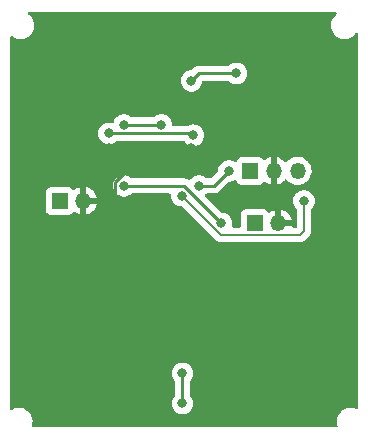
<source format=gbr>
%TF.GenerationSoftware,KiCad,Pcbnew,(6.0.2)*%
%TF.CreationDate,2022-05-06T08:02:59-03:00*%
%TF.ProjectId,Nono_Circuito_SMD,4e6f6e6f-5f43-4697-9263-7569746f5f53,rev?*%
%TF.SameCoordinates,Original*%
%TF.FileFunction,Copper,L2,Bot*%
%TF.FilePolarity,Positive*%
%FSLAX46Y46*%
G04 Gerber Fmt 4.6, Leading zero omitted, Abs format (unit mm)*
G04 Created by KiCad (PCBNEW (6.0.2)) date 2022-05-06 08:02:59*
%MOMM*%
%LPD*%
G01*
G04 APERTURE LIST*
%TA.AperFunction,ComponentPad*%
%ADD10R,1.350000X1.350000*%
%TD*%
%TA.AperFunction,ComponentPad*%
%ADD11O,1.350000X1.350000*%
%TD*%
%TA.AperFunction,ViaPad*%
%ADD12C,0.800000*%
%TD*%
%TA.AperFunction,Conductor*%
%ADD13C,0.250000*%
%TD*%
%TA.AperFunction,Conductor*%
%ADD14C,0.200000*%
%TD*%
G04 APERTURE END LIST*
D10*
%TO.P,J2,1,Pin_1*%
%TO.N,Net-(C4-Pad2)*%
X100600000Y-96520000D03*
D11*
%TO.P,J2,2,Pin_2*%
%TO.N,GND*%
X102600000Y-96520000D03*
%TD*%
D10*
%TO.P,J3,1,Pin_1*%
%TO.N,+12V*%
X100235000Y-92075000D03*
D11*
%TO.P,J3,2,Pin_2*%
%TO.N,GND*%
X102235000Y-92075000D03*
%TO.P,J3,3,Pin_3*%
%TO.N,-12V*%
X104235000Y-92075000D03*
%TD*%
D10*
%TO.P,J1,1,Pin_1*%
%TO.N,Net-(J1-Pad1)*%
X84090000Y-94615000D03*
D11*
%TO.P,J1,2,Pin_2*%
%TO.N,GND*%
X86090000Y-94615000D03*
%TD*%
D12*
%TO.N,Net-(C1-Pad1)*%
X94488000Y-109220000D03*
X94488000Y-111760000D03*
%TO.N,Net-(C2-Pad1)*%
X99060000Y-83820000D03*
X95250000Y-84455000D03*
%TO.N,Net-(C2-Pad2)*%
X88265000Y-88900000D03*
X95407500Y-89057500D03*
%TO.N,Net-(C4-Pad1)*%
X92710000Y-88175500D03*
X89535000Y-88175500D03*
%TO.N,Net-(C4-Pad2)*%
X89535000Y-93345000D03*
X97790000Y-96520000D03*
%TO.N,GND*%
X95250000Y-90170000D03*
X102235000Y-89535000D03*
X95250000Y-99695000D03*
X92075000Y-99695000D03*
X88265000Y-90170000D03*
X91970500Y-90170000D03*
%TO.N,+12V*%
X95885000Y-93345000D03*
X98425000Y-92075000D03*
%TO.N,-12V*%
X94420201Y-94174799D03*
X104775000Y-94615000D03*
%TD*%
D13*
%TO.N,Net-(C1-Pad1)*%
X94488000Y-111760000D02*
X94488000Y-109220000D01*
%TO.N,Net-(C2-Pad1)*%
X99060000Y-83820000D02*
X95885000Y-83820000D01*
X95885000Y-83820000D02*
X95250000Y-84455000D01*
%TO.N,Net-(C2-Pad2)*%
X88265000Y-88900000D02*
X95250000Y-88900000D01*
X95250000Y-88900000D02*
X95407500Y-89057500D01*
%TO.N,Net-(C4-Pad1)*%
X89535000Y-88175500D02*
X92710000Y-88175500D01*
%TO.N,Net-(C4-Pad2)*%
X94615000Y-93345000D02*
X89535000Y-93345000D01*
X97790000Y-96520000D02*
X94615000Y-93345000D01*
%TO.N,GND*%
X92075000Y-99695000D02*
X95250000Y-99695000D01*
X101600000Y-90170000D02*
X95250000Y-90170000D01*
X88810489Y-93044897D02*
X91685386Y-90170000D01*
X102235000Y-89535000D02*
X101600000Y-90170000D01*
X91685386Y-90170000D02*
X95250000Y-90170000D01*
X92075000Y-99695000D02*
X88810489Y-96430489D01*
X88265000Y-90170000D02*
X91970500Y-90170000D01*
X88810489Y-96430489D02*
X88810489Y-93044897D01*
%TO.N,+12V*%
X95885000Y-93345000D02*
X97155000Y-93345000D01*
X97155000Y-93345000D02*
X98425000Y-92075000D01*
D14*
%TO.N,-12V*%
X97739913Y-97494511D02*
X104435489Y-97494511D01*
X104775000Y-97155000D02*
X104775000Y-94615000D01*
X104435489Y-97494511D02*
X104775000Y-97155000D01*
X94420201Y-94174799D02*
X97739913Y-97494511D01*
%TD*%
%TA.AperFunction,Conductor*%
%TO.N,GND*%
G36*
X107507028Y-78633002D02*
G01*
X107553521Y-78686658D01*
X107563625Y-78756932D01*
X107534131Y-78821512D01*
X107521985Y-78833732D01*
X107508781Y-78845312D01*
X107371345Y-78965840D01*
X107241293Y-79130810D01*
X107238604Y-79135921D01*
X107238602Y-79135924D01*
X107188970Y-79230259D01*
X107143481Y-79316719D01*
X107081187Y-79517339D01*
X107056496Y-79725952D01*
X107058466Y-79756000D01*
X107070236Y-79935571D01*
X107121945Y-80139176D01*
X107209892Y-80329948D01*
X107331132Y-80501499D01*
X107481605Y-80648084D01*
X107486401Y-80651289D01*
X107486404Y-80651291D01*
X107562314Y-80702012D01*
X107656271Y-80764792D01*
X107661574Y-80767070D01*
X107661577Y-80767072D01*
X107742486Y-80801833D01*
X107849280Y-80847715D01*
X107949192Y-80870323D01*
X108048533Y-80892802D01*
X108048536Y-80892802D01*
X108054169Y-80894077D01*
X108059940Y-80894304D01*
X108059942Y-80894304D01*
X108124800Y-80896852D01*
X108264076Y-80902324D01*
X108369455Y-80887045D01*
X108466250Y-80873011D01*
X108466255Y-80873010D01*
X108471971Y-80872181D01*
X108477443Y-80870323D01*
X108477445Y-80870323D01*
X108665424Y-80806512D01*
X108670892Y-80804656D01*
X108854176Y-80702012D01*
X109015686Y-80567686D01*
X109074126Y-80497419D01*
X109124126Y-80437301D01*
X109183063Y-80397717D01*
X109254045Y-80396281D01*
X109314536Y-80433448D01*
X109345329Y-80497419D01*
X109347000Y-80517870D01*
X109347000Y-112114979D01*
X109326998Y-112183100D01*
X109273342Y-112229593D01*
X109203068Y-112239697D01*
X109174312Y-112232009D01*
X109038020Y-112177635D01*
X108847402Y-112139718D01*
X108837654Y-112137779D01*
X108837653Y-112137779D01*
X108831988Y-112136652D01*
X108826214Y-112136576D01*
X108826210Y-112136576D01*
X108719656Y-112135182D01*
X108621937Y-112133903D01*
X108616240Y-112134882D01*
X108616239Y-112134882D01*
X108420599Y-112168499D01*
X108414902Y-112169478D01*
X108217818Y-112242186D01*
X108212857Y-112245138D01*
X108212856Y-112245138D01*
X108042251Y-112346637D01*
X108042248Y-112346639D01*
X108037283Y-112349593D01*
X107879345Y-112488101D01*
X107749293Y-112653071D01*
X107651481Y-112838980D01*
X107589187Y-113039600D01*
X107564496Y-113248213D01*
X107566466Y-113278261D01*
X107578236Y-113457832D01*
X107615591Y-113604916D01*
X107623227Y-113634985D01*
X107620609Y-113705933D01*
X107580048Y-113764203D01*
X107514424Y-113791294D01*
X107501104Y-113792000D01*
X81855535Y-113792000D01*
X81787414Y-113771998D01*
X81740921Y-113718342D01*
X81730817Y-113648068D01*
X81736222Y-113625499D01*
X81759322Y-113557449D01*
X81759323Y-113557444D01*
X81761181Y-113551971D01*
X81762010Y-113546255D01*
X81762011Y-113546250D01*
X81790791Y-113347750D01*
X81791324Y-113344076D01*
X81792897Y-113284000D01*
X81773675Y-113074812D01*
X81765363Y-113045337D01*
X81718222Y-112878190D01*
X81718221Y-112878188D01*
X81716654Y-112872631D01*
X81702781Y-112844498D01*
X81626298Y-112689406D01*
X81623743Y-112684225D01*
X81498054Y-112515907D01*
X81418912Y-112442749D01*
X81348036Y-112377232D01*
X81348034Y-112377230D01*
X81343795Y-112373312D01*
X81338912Y-112370231D01*
X81171014Y-112264295D01*
X81166134Y-112261216D01*
X80971020Y-112183374D01*
X80764988Y-112142391D01*
X80759214Y-112142315D01*
X80759210Y-112142315D01*
X80652656Y-112140921D01*
X80554937Y-112139642D01*
X80549240Y-112140621D01*
X80549239Y-112140621D01*
X80353599Y-112174238D01*
X80347902Y-112175217D01*
X80150818Y-112247925D01*
X80145857Y-112250877D01*
X80145856Y-112250877D01*
X80073423Y-112293970D01*
X80004652Y-112311610D01*
X79937262Y-112289269D01*
X79892649Y-112234041D01*
X79883000Y-112185685D01*
X79883000Y-111760000D01*
X93574496Y-111760000D01*
X93594458Y-111949928D01*
X93653473Y-112131556D01*
X93656776Y-112137278D01*
X93656777Y-112137279D01*
X93683232Y-112183100D01*
X93748960Y-112296944D01*
X93753378Y-112301851D01*
X93753379Y-112301852D01*
X93870454Y-112431877D01*
X93876747Y-112438866D01*
X94031248Y-112551118D01*
X94037276Y-112553802D01*
X94037278Y-112553803D01*
X94199681Y-112626109D01*
X94205712Y-112628794D01*
X94298581Y-112648534D01*
X94386056Y-112667128D01*
X94386061Y-112667128D01*
X94392513Y-112668500D01*
X94583487Y-112668500D01*
X94589939Y-112667128D01*
X94589944Y-112667128D01*
X94677419Y-112648534D01*
X94770288Y-112628794D01*
X94776319Y-112626109D01*
X94938722Y-112553803D01*
X94938724Y-112553802D01*
X94944752Y-112551118D01*
X95099253Y-112438866D01*
X95105546Y-112431877D01*
X95222621Y-112301852D01*
X95222622Y-112301851D01*
X95227040Y-112296944D01*
X95292768Y-112183100D01*
X95319223Y-112137279D01*
X95319224Y-112137278D01*
X95322527Y-112131556D01*
X95381542Y-111949928D01*
X95401504Y-111760000D01*
X95381542Y-111570072D01*
X95322527Y-111388444D01*
X95227040Y-111223056D01*
X95153863Y-111141785D01*
X95123147Y-111077779D01*
X95121500Y-111057476D01*
X95121500Y-109922524D01*
X95141502Y-109854403D01*
X95153858Y-109838221D01*
X95227040Y-109756944D01*
X95322527Y-109591556D01*
X95381542Y-109409928D01*
X95401504Y-109220000D01*
X95381542Y-109030072D01*
X95322527Y-108848444D01*
X95227040Y-108683056D01*
X95099253Y-108541134D01*
X94944752Y-108428882D01*
X94938724Y-108426198D01*
X94938722Y-108426197D01*
X94776319Y-108353891D01*
X94776318Y-108353891D01*
X94770288Y-108351206D01*
X94676888Y-108331353D01*
X94589944Y-108312872D01*
X94589939Y-108312872D01*
X94583487Y-108311500D01*
X94392513Y-108311500D01*
X94386061Y-108312872D01*
X94386056Y-108312872D01*
X94299112Y-108331353D01*
X94205712Y-108351206D01*
X94199682Y-108353891D01*
X94199681Y-108353891D01*
X94037278Y-108426197D01*
X94037276Y-108426198D01*
X94031248Y-108428882D01*
X93876747Y-108541134D01*
X93748960Y-108683056D01*
X93653473Y-108848444D01*
X93594458Y-109030072D01*
X93574496Y-109220000D01*
X93594458Y-109409928D01*
X93653473Y-109591556D01*
X93748960Y-109756944D01*
X93822137Y-109838215D01*
X93852853Y-109902221D01*
X93854500Y-109922524D01*
X93854500Y-111057476D01*
X93834498Y-111125597D01*
X93822142Y-111141779D01*
X93748960Y-111223056D01*
X93653473Y-111388444D01*
X93594458Y-111570072D01*
X93574496Y-111760000D01*
X79883000Y-111760000D01*
X79883000Y-95338134D01*
X82906500Y-95338134D01*
X82913255Y-95400316D01*
X82964385Y-95536705D01*
X83051739Y-95653261D01*
X83168295Y-95740615D01*
X83304684Y-95791745D01*
X83366866Y-95798500D01*
X84813134Y-95798500D01*
X84875316Y-95791745D01*
X85011705Y-95740615D01*
X85128261Y-95653261D01*
X85185515Y-95576867D01*
X85242373Y-95534353D01*
X85313191Y-95529327D01*
X85356342Y-95547668D01*
X85518299Y-95655884D01*
X85528409Y-95661374D01*
X85717566Y-95742642D01*
X85728499Y-95746194D01*
X85818332Y-95766521D01*
X85832405Y-95765632D01*
X85836000Y-95756233D01*
X85836000Y-95755512D01*
X86344000Y-95755512D01*
X86347966Y-95769018D01*
X86361883Y-95771011D01*
X86372817Y-95768386D01*
X86567763Y-95702210D01*
X86578272Y-95697531D01*
X86757882Y-95596944D01*
X86767375Y-95590420D01*
X86925653Y-95458782D01*
X86933782Y-95450653D01*
X87065420Y-95292375D01*
X87071944Y-95282882D01*
X87172531Y-95103272D01*
X87177210Y-95092763D01*
X87243386Y-94897817D01*
X87246017Y-94886857D01*
X87244040Y-94872992D01*
X87230474Y-94869000D01*
X86362115Y-94869000D01*
X86346876Y-94873475D01*
X86345671Y-94874865D01*
X86344000Y-94882548D01*
X86344000Y-95755512D01*
X85836000Y-95755512D01*
X85836000Y-94342885D01*
X86344000Y-94342885D01*
X86348475Y-94358124D01*
X86349865Y-94359329D01*
X86357548Y-94361000D01*
X87229485Y-94361000D01*
X87243016Y-94357027D01*
X87244185Y-94348892D01*
X87200725Y-94194794D01*
X87196603Y-94184055D01*
X87105549Y-93999417D01*
X87099538Y-93989608D01*
X86976360Y-93824651D01*
X86968671Y-93816111D01*
X86817490Y-93676361D01*
X86808365Y-93669360D01*
X86634255Y-93559505D01*
X86624008Y-93554284D01*
X86432793Y-93477997D01*
X86421767Y-93474730D01*
X86361770Y-93462797D01*
X86348894Y-93463949D01*
X86344000Y-93479102D01*
X86344000Y-94342885D01*
X85836000Y-94342885D01*
X85836000Y-93476337D01*
X85832194Y-93463375D01*
X85817278Y-93461439D01*
X85788202Y-93466435D01*
X85777082Y-93469415D01*
X85583940Y-93540669D01*
X85573562Y-93545619D01*
X85396639Y-93650877D01*
X85387321Y-93657647D01*
X85369893Y-93672931D01*
X85305489Y-93702809D01*
X85235156Y-93693123D01*
X85185989Y-93653765D01*
X85133643Y-93583920D01*
X85133642Y-93583919D01*
X85128261Y-93576739D01*
X85011705Y-93489385D01*
X84875316Y-93438255D01*
X84813134Y-93431500D01*
X83366866Y-93431500D01*
X83304684Y-93438255D01*
X83168295Y-93489385D01*
X83051739Y-93576739D01*
X82964385Y-93693295D01*
X82913255Y-93829684D01*
X82906500Y-93891866D01*
X82906500Y-95338134D01*
X79883000Y-95338134D01*
X79883000Y-93345000D01*
X88621496Y-93345000D01*
X88622186Y-93351565D01*
X88635591Y-93479102D01*
X88641458Y-93534928D01*
X88700473Y-93716556D01*
X88795960Y-93881944D01*
X88800378Y-93886851D01*
X88800379Y-93886852D01*
X88882452Y-93978003D01*
X88923747Y-94023866D01*
X88981906Y-94066121D01*
X89052857Y-94117670D01*
X89078248Y-94136118D01*
X89084276Y-94138802D01*
X89084278Y-94138803D01*
X89246681Y-94211109D01*
X89252712Y-94213794D01*
X89346112Y-94233647D01*
X89433056Y-94252128D01*
X89433061Y-94252128D01*
X89439513Y-94253500D01*
X89630487Y-94253500D01*
X89636939Y-94252128D01*
X89636944Y-94252128D01*
X89723888Y-94233647D01*
X89817288Y-94213794D01*
X89823319Y-94211109D01*
X89985722Y-94138803D01*
X89985724Y-94138802D01*
X89991752Y-94136118D01*
X90017144Y-94117670D01*
X90124671Y-94039546D01*
X90146253Y-94023866D01*
X90150668Y-94018963D01*
X90155580Y-94014540D01*
X90156705Y-94015789D01*
X90210014Y-93982949D01*
X90243200Y-93978500D01*
X93387391Y-93978500D01*
X93455512Y-93998502D01*
X93502005Y-94052158D01*
X93512701Y-94117670D01*
X93506697Y-94174799D01*
X93507387Y-94181364D01*
X93525850Y-94357027D01*
X93526659Y-94364727D01*
X93585674Y-94546355D01*
X93681161Y-94711743D01*
X93808948Y-94853665D01*
X93963449Y-94965917D01*
X93969477Y-94968601D01*
X93969479Y-94968602D01*
X94009805Y-94986556D01*
X94137913Y-95043593D01*
X94231313Y-95063446D01*
X94318257Y-95081927D01*
X94318262Y-95081927D01*
X94324714Y-95083299D01*
X94415962Y-95083299D01*
X94484083Y-95103301D01*
X94505057Y-95120204D01*
X97275598Y-97890745D01*
X97286465Y-97903136D01*
X97305926Y-97928498D01*
X97312476Y-97933524D01*
X97337834Y-97952982D01*
X97337850Y-97952996D01*
X97387218Y-97990877D01*
X97433037Y-98026035D01*
X97581062Y-98087349D01*
X97589249Y-98088427D01*
X97589250Y-98088427D01*
X97600455Y-98089902D01*
X97631651Y-98094009D01*
X97700028Y-98103011D01*
X97700031Y-98103011D01*
X97700039Y-98103012D01*
X97731724Y-98107183D01*
X97739913Y-98108261D01*
X97748102Y-98107183D01*
X97771606Y-98104089D01*
X97788051Y-98103011D01*
X104387353Y-98103011D01*
X104403796Y-98104089D01*
X104435489Y-98108261D01*
X104443678Y-98107183D01*
X104475363Y-98103012D01*
X104475373Y-98103011D01*
X104475374Y-98103011D01*
X104475390Y-98103009D01*
X104574946Y-98089902D01*
X104586153Y-98088427D01*
X104586155Y-98088426D01*
X104594340Y-98087349D01*
X104742365Y-98026035D01*
X104837551Y-97952996D01*
X104837558Y-97952991D01*
X104837564Y-97952985D01*
X104862923Y-97933526D01*
X104869476Y-97928498D01*
X104874506Y-97921943D01*
X104888941Y-97903132D01*
X104899808Y-97890741D01*
X105171234Y-97619315D01*
X105183625Y-97608448D01*
X105202437Y-97594013D01*
X105208987Y-97588987D01*
X105233474Y-97557075D01*
X105233480Y-97557069D01*
X105301496Y-97468429D01*
X105301497Y-97468427D01*
X105306524Y-97461876D01*
X105367838Y-97313851D01*
X105370391Y-97294457D01*
X105383500Y-97194885D01*
X105383500Y-97194880D01*
X105388750Y-97155000D01*
X105384578Y-97123307D01*
X105383500Y-97106864D01*
X105383500Y-95345290D01*
X105403502Y-95277169D01*
X105415864Y-95260980D01*
X105509621Y-95156852D01*
X105509622Y-95156851D01*
X105514040Y-95151944D01*
X105609527Y-94986556D01*
X105668542Y-94804928D01*
X105688504Y-94615000D01*
X105668542Y-94425072D01*
X105609527Y-94243444D01*
X105514040Y-94078056D01*
X105490722Y-94052158D01*
X105390675Y-93941045D01*
X105390674Y-93941044D01*
X105386253Y-93936134D01*
X105231752Y-93823882D01*
X105225724Y-93821198D01*
X105225722Y-93821197D01*
X105063319Y-93748891D01*
X105063318Y-93748891D01*
X105057288Y-93746206D01*
X104944721Y-93722279D01*
X104876944Y-93707872D01*
X104876939Y-93707872D01*
X104870487Y-93706500D01*
X104679513Y-93706500D01*
X104673061Y-93707872D01*
X104673056Y-93707872D01*
X104605279Y-93722279D01*
X104492712Y-93746206D01*
X104486682Y-93748891D01*
X104486681Y-93748891D01*
X104324278Y-93821197D01*
X104324276Y-93821198D01*
X104318248Y-93823882D01*
X104163747Y-93936134D01*
X104159326Y-93941044D01*
X104159325Y-93941045D01*
X104059279Y-94052158D01*
X104035960Y-94078056D01*
X103940473Y-94243444D01*
X103881458Y-94425072D01*
X103861496Y-94615000D01*
X103881458Y-94804928D01*
X103940473Y-94986556D01*
X104035960Y-95151944D01*
X104040378Y-95156851D01*
X104040379Y-95156852D01*
X104134136Y-95260980D01*
X104164854Y-95324987D01*
X104166500Y-95345290D01*
X104166500Y-96760011D01*
X104146498Y-96828132D01*
X104092842Y-96874625D01*
X104040500Y-96886011D01*
X103878751Y-96886011D01*
X103810630Y-96866009D01*
X103764137Y-96812353D01*
X103754072Y-96778001D01*
X103740474Y-96774000D01*
X102472000Y-96774000D01*
X102403879Y-96753998D01*
X102357386Y-96700342D01*
X102346000Y-96648000D01*
X102346000Y-96247885D01*
X102854000Y-96247885D01*
X102858475Y-96263124D01*
X102859865Y-96264329D01*
X102867548Y-96266000D01*
X103739485Y-96266000D01*
X103753016Y-96262027D01*
X103754185Y-96253892D01*
X103710725Y-96099794D01*
X103706603Y-96089055D01*
X103615549Y-95904417D01*
X103609538Y-95894608D01*
X103486360Y-95729651D01*
X103478671Y-95721111D01*
X103327490Y-95581361D01*
X103318365Y-95574360D01*
X103144255Y-95464505D01*
X103134008Y-95459284D01*
X102942793Y-95382997D01*
X102931767Y-95379730D01*
X102871770Y-95367797D01*
X102858894Y-95368949D01*
X102854000Y-95384102D01*
X102854000Y-96247885D01*
X102346000Y-96247885D01*
X102346000Y-95381337D01*
X102342194Y-95368375D01*
X102327278Y-95366439D01*
X102298202Y-95371435D01*
X102287082Y-95374415D01*
X102093940Y-95445669D01*
X102083562Y-95450619D01*
X101906639Y-95555877D01*
X101897321Y-95562647D01*
X101879893Y-95577931D01*
X101815489Y-95607809D01*
X101745156Y-95598123D01*
X101695989Y-95558765D01*
X101643643Y-95488920D01*
X101643642Y-95488919D01*
X101638261Y-95481739D01*
X101521705Y-95394385D01*
X101385316Y-95343255D01*
X101323134Y-95336500D01*
X99876866Y-95336500D01*
X99814684Y-95343255D01*
X99678295Y-95394385D01*
X99561739Y-95481739D01*
X99474385Y-95598295D01*
X99423255Y-95734684D01*
X99416500Y-95796866D01*
X99416500Y-96760011D01*
X99396498Y-96828132D01*
X99342842Y-96874625D01*
X99290500Y-96886011D01*
X98799753Y-96886011D01*
X98731632Y-96866009D01*
X98685139Y-96812353D01*
X98675035Y-96742079D01*
X98679920Y-96721074D01*
X98681503Y-96716202D01*
X98683542Y-96709928D01*
X98703504Y-96520000D01*
X98683542Y-96330072D01*
X98624527Y-96148444D01*
X98529040Y-95983056D01*
X98401253Y-95841134D01*
X98270580Y-95746194D01*
X98252094Y-95732763D01*
X98252093Y-95732762D01*
X98246752Y-95728882D01*
X98240724Y-95726198D01*
X98240722Y-95726197D01*
X98078319Y-95653891D01*
X98078318Y-95653891D01*
X98072288Y-95651206D01*
X97978888Y-95631353D01*
X97891944Y-95612872D01*
X97891939Y-95612872D01*
X97885487Y-95611500D01*
X97829594Y-95611500D01*
X97761473Y-95591498D01*
X97740499Y-95574595D01*
X96423058Y-94257153D01*
X96389032Y-94194841D01*
X96394097Y-94124025D01*
X96438092Y-94066123D01*
X96496253Y-94023866D01*
X96500668Y-94018962D01*
X96505580Y-94014540D01*
X96506705Y-94015789D01*
X96560014Y-93982949D01*
X96593200Y-93978500D01*
X97076233Y-93978500D01*
X97087416Y-93979027D01*
X97094909Y-93980702D01*
X97102835Y-93980453D01*
X97102836Y-93980453D01*
X97162986Y-93978562D01*
X97166945Y-93978500D01*
X97194856Y-93978500D01*
X97198791Y-93978003D01*
X97198856Y-93977995D01*
X97210693Y-93977062D01*
X97242951Y-93976048D01*
X97246970Y-93975922D01*
X97254889Y-93975673D01*
X97274343Y-93970021D01*
X97293700Y-93966013D01*
X97305930Y-93964468D01*
X97305931Y-93964468D01*
X97313797Y-93963474D01*
X97321168Y-93960555D01*
X97321170Y-93960555D01*
X97354912Y-93947196D01*
X97366142Y-93943351D01*
X97400983Y-93933229D01*
X97400984Y-93933229D01*
X97408593Y-93931018D01*
X97415412Y-93926985D01*
X97415417Y-93926983D01*
X97426028Y-93920707D01*
X97443776Y-93912012D01*
X97462617Y-93904552D01*
X97498387Y-93878564D01*
X97508307Y-93872048D01*
X97539535Y-93853580D01*
X97539538Y-93853578D01*
X97546362Y-93849542D01*
X97560683Y-93835221D01*
X97575717Y-93822380D01*
X97577345Y-93821197D01*
X97592107Y-93810472D01*
X97620298Y-93776395D01*
X97628288Y-93767616D01*
X98375499Y-93020405D01*
X98437811Y-92986379D01*
X98464594Y-92983500D01*
X98520487Y-92983500D01*
X98526939Y-92982128D01*
X98526944Y-92982128D01*
X98613887Y-92963647D01*
X98707288Y-92943794D01*
X98762669Y-92919137D01*
X98875722Y-92868803D01*
X98875724Y-92868802D01*
X98881752Y-92866118D01*
X98888251Y-92861396D01*
X98889034Y-92861116D01*
X98892811Y-92858936D01*
X98893210Y-92859627D01*
X98955119Y-92837538D01*
X99024270Y-92853619D01*
X99073750Y-92904534D01*
X99080293Y-92919103D01*
X99090064Y-92945166D01*
X99109385Y-92996705D01*
X99196739Y-93113261D01*
X99313295Y-93200615D01*
X99449684Y-93251745D01*
X99511866Y-93258500D01*
X100958134Y-93258500D01*
X101020316Y-93251745D01*
X101156705Y-93200615D01*
X101273261Y-93113261D01*
X101330515Y-93036867D01*
X101387373Y-92994353D01*
X101458191Y-92989327D01*
X101501342Y-93007668D01*
X101663299Y-93115884D01*
X101673409Y-93121374D01*
X101862566Y-93202642D01*
X101873499Y-93206194D01*
X101963332Y-93226521D01*
X101977405Y-93225632D01*
X101981000Y-93216233D01*
X101981000Y-93215512D01*
X102489000Y-93215512D01*
X102492966Y-93229018D01*
X102506883Y-93231011D01*
X102517817Y-93228386D01*
X102712763Y-93162210D01*
X102723272Y-93157531D01*
X102902882Y-93056944D01*
X102912375Y-93050420D01*
X103070653Y-92918782D01*
X103078782Y-92910653D01*
X103134923Y-92843151D01*
X103193861Y-92803567D01*
X103264843Y-92802131D01*
X103327607Y-92841888D01*
X103327868Y-92842193D01*
X103331204Y-92846914D01*
X103335346Y-92850949D01*
X103353674Y-92868803D01*
X103487009Y-92998692D01*
X103667863Y-93119536D01*
X103673171Y-93121817D01*
X103673172Y-93121817D01*
X103862409Y-93203119D01*
X103862412Y-93203120D01*
X103867712Y-93205397D01*
X103873342Y-93206671D01*
X103980908Y-93231011D01*
X104079860Y-93253402D01*
X104085631Y-93253629D01*
X104085633Y-93253629D01*
X104158620Y-93256496D01*
X104297205Y-93261941D01*
X104512466Y-93230730D01*
X104517930Y-93228875D01*
X104517935Y-93228874D01*
X104712963Y-93162671D01*
X104712968Y-93162669D01*
X104718435Y-93160813D01*
X104724296Y-93157531D01*
X104816166Y-93106081D01*
X104908213Y-93054532D01*
X105075446Y-92915446D01*
X105214532Y-92748213D01*
X105320813Y-92558435D01*
X105322669Y-92552968D01*
X105322671Y-92552963D01*
X105388874Y-92357935D01*
X105388875Y-92357930D01*
X105390730Y-92352466D01*
X105421941Y-92137205D01*
X105423570Y-92075000D01*
X105403667Y-91858400D01*
X105344626Y-91649055D01*
X105248423Y-91453974D01*
X105131320Y-91297153D01*
X105121733Y-91284315D01*
X105121732Y-91284314D01*
X105118280Y-91279691D01*
X105041689Y-91208891D01*
X104962796Y-91135963D01*
X104962793Y-91135961D01*
X104958556Y-91132044D01*
X104774599Y-91015976D01*
X104572572Y-90935376D01*
X104359239Y-90892941D01*
X104353464Y-90892865D01*
X104353460Y-90892865D01*
X104244419Y-90891438D01*
X104141746Y-90890094D01*
X104136049Y-90891073D01*
X104136048Y-90891073D01*
X103933065Y-90925952D01*
X103933062Y-90925953D01*
X103927375Y-90926930D01*
X103723307Y-91002214D01*
X103536376Y-91113427D01*
X103372842Y-91256842D01*
X103369270Y-91261373D01*
X103334688Y-91305240D01*
X103276807Y-91346353D01*
X103205887Y-91349647D01*
X103144444Y-91314075D01*
X103134780Y-91302622D01*
X103121364Y-91284655D01*
X103113671Y-91276111D01*
X102962490Y-91136361D01*
X102953365Y-91129360D01*
X102779255Y-91019505D01*
X102769008Y-91014284D01*
X102577793Y-90937997D01*
X102566767Y-90934730D01*
X102506770Y-90922797D01*
X102493894Y-90923949D01*
X102489000Y-90939102D01*
X102489000Y-93215512D01*
X101981000Y-93215512D01*
X101981000Y-90936337D01*
X101977194Y-90923375D01*
X101962278Y-90921439D01*
X101933202Y-90926435D01*
X101922082Y-90929415D01*
X101728940Y-91000669D01*
X101718562Y-91005619D01*
X101541639Y-91110877D01*
X101532321Y-91117647D01*
X101514893Y-91132931D01*
X101450489Y-91162809D01*
X101380156Y-91153123D01*
X101330989Y-91113765D01*
X101278643Y-91043920D01*
X101278642Y-91043919D01*
X101273261Y-91036739D01*
X101156705Y-90949385D01*
X101020316Y-90898255D01*
X100958134Y-90891500D01*
X99511866Y-90891500D01*
X99449684Y-90898255D01*
X99313295Y-90949385D01*
X99196739Y-91036739D01*
X99109385Y-91153295D01*
X99106233Y-91161703D01*
X99080293Y-91230897D01*
X99037651Y-91287661D01*
X98971090Y-91312361D01*
X98901741Y-91297153D01*
X98888251Y-91288604D01*
X98881752Y-91283882D01*
X98875724Y-91281198D01*
X98875722Y-91281197D01*
X98713319Y-91208891D01*
X98713318Y-91208891D01*
X98707288Y-91206206D01*
X98613887Y-91186353D01*
X98526944Y-91167872D01*
X98526939Y-91167872D01*
X98520487Y-91166500D01*
X98329513Y-91166500D01*
X98323061Y-91167872D01*
X98323056Y-91167872D01*
X98236113Y-91186353D01*
X98142712Y-91206206D01*
X98136682Y-91208891D01*
X98136681Y-91208891D01*
X97974278Y-91281197D01*
X97974276Y-91281198D01*
X97968248Y-91283882D01*
X97962907Y-91287762D01*
X97962906Y-91287763D01*
X97960262Y-91289684D01*
X97813747Y-91396134D01*
X97809326Y-91401044D01*
X97809325Y-91401045D01*
X97798500Y-91413068D01*
X97685960Y-91538056D01*
X97590473Y-91703444D01*
X97531458Y-91885072D01*
X97530768Y-91891633D01*
X97530768Y-91891635D01*
X97514093Y-92050292D01*
X97487080Y-92115949D01*
X97477878Y-92126217D01*
X96929500Y-92674595D01*
X96867188Y-92708621D01*
X96840405Y-92711500D01*
X96593200Y-92711500D01*
X96525079Y-92691498D01*
X96505853Y-92675157D01*
X96505580Y-92675460D01*
X96500668Y-92671037D01*
X96496253Y-92666134D01*
X96341752Y-92553882D01*
X96335724Y-92551198D01*
X96335722Y-92551197D01*
X96173319Y-92478891D01*
X96173318Y-92478891D01*
X96167288Y-92476206D01*
X96073887Y-92456353D01*
X95986944Y-92437872D01*
X95986939Y-92437872D01*
X95980487Y-92436500D01*
X95789513Y-92436500D01*
X95783061Y-92437872D01*
X95783056Y-92437872D01*
X95696113Y-92456353D01*
X95602712Y-92476206D01*
X95596682Y-92478891D01*
X95596681Y-92478891D01*
X95434278Y-92551197D01*
X95434276Y-92551198D01*
X95428248Y-92553882D01*
X95273747Y-92666134D01*
X95173179Y-92777826D01*
X95148573Y-92805154D01*
X95088127Y-92842393D01*
X95017143Y-92841041D01*
X94990698Y-92827725D01*
X94990320Y-92828413D01*
X94972566Y-92818652D01*
X94956047Y-92807801D01*
X94948737Y-92802131D01*
X94940041Y-92795386D01*
X94932772Y-92792241D01*
X94932768Y-92792238D01*
X94899463Y-92777826D01*
X94888813Y-92772609D01*
X94850060Y-92751305D01*
X94830437Y-92746267D01*
X94811734Y-92739863D01*
X94800420Y-92734967D01*
X94800419Y-92734967D01*
X94793145Y-92731819D01*
X94785322Y-92730580D01*
X94785312Y-92730577D01*
X94749476Y-92724901D01*
X94737856Y-92722495D01*
X94702711Y-92713472D01*
X94702710Y-92713472D01*
X94695030Y-92711500D01*
X94674776Y-92711500D01*
X94655065Y-92709949D01*
X94646681Y-92708621D01*
X94635057Y-92706780D01*
X94627165Y-92707526D01*
X94591039Y-92710941D01*
X94579181Y-92711500D01*
X90243200Y-92711500D01*
X90175079Y-92691498D01*
X90155853Y-92675157D01*
X90155580Y-92675460D01*
X90150668Y-92671037D01*
X90146253Y-92666134D01*
X89991752Y-92553882D01*
X89985724Y-92551198D01*
X89985722Y-92551197D01*
X89823319Y-92478891D01*
X89823318Y-92478891D01*
X89817288Y-92476206D01*
X89723887Y-92456353D01*
X89636944Y-92437872D01*
X89636939Y-92437872D01*
X89630487Y-92436500D01*
X89439513Y-92436500D01*
X89433061Y-92437872D01*
X89433056Y-92437872D01*
X89346113Y-92456353D01*
X89252712Y-92476206D01*
X89246682Y-92478891D01*
X89246681Y-92478891D01*
X89084278Y-92551197D01*
X89084276Y-92551198D01*
X89078248Y-92553882D01*
X88923747Y-92666134D01*
X88919329Y-92671041D01*
X88919325Y-92671045D01*
X88810203Y-92792238D01*
X88795960Y-92808056D01*
X88700473Y-92973444D01*
X88641458Y-93155072D01*
X88640768Y-93161633D01*
X88640768Y-93161635D01*
X88633419Y-93231558D01*
X88621496Y-93345000D01*
X79883000Y-93345000D01*
X79883000Y-88900000D01*
X87351496Y-88900000D01*
X87371458Y-89089928D01*
X87430473Y-89271556D01*
X87525960Y-89436944D01*
X87653747Y-89578866D01*
X87808248Y-89691118D01*
X87814276Y-89693802D01*
X87814278Y-89693803D01*
X87976681Y-89766109D01*
X87982712Y-89768794D01*
X88076112Y-89788647D01*
X88163056Y-89807128D01*
X88163061Y-89807128D01*
X88169513Y-89808500D01*
X88360487Y-89808500D01*
X88366939Y-89807128D01*
X88366944Y-89807128D01*
X88453888Y-89788647D01*
X88547288Y-89768794D01*
X88553319Y-89766109D01*
X88715722Y-89693803D01*
X88715724Y-89693802D01*
X88721752Y-89691118D01*
X88876253Y-89578866D01*
X88880668Y-89573963D01*
X88885580Y-89569540D01*
X88886705Y-89570789D01*
X88940014Y-89537949D01*
X88973200Y-89533500D01*
X94560835Y-89533500D01*
X94628956Y-89553502D01*
X94662771Y-89585439D01*
X94665157Y-89588723D01*
X94668460Y-89594444D01*
X94672881Y-89599354D01*
X94755506Y-89691118D01*
X94796247Y-89736366D01*
X94950748Y-89848618D01*
X94956776Y-89851302D01*
X94956778Y-89851303D01*
X95119181Y-89923609D01*
X95125212Y-89926294D01*
X95218612Y-89946147D01*
X95305556Y-89964628D01*
X95305561Y-89964628D01*
X95312013Y-89966000D01*
X95502987Y-89966000D01*
X95509439Y-89964628D01*
X95509444Y-89964628D01*
X95596388Y-89946147D01*
X95689788Y-89926294D01*
X95695819Y-89923609D01*
X95858222Y-89851303D01*
X95858224Y-89851302D01*
X95864252Y-89848618D01*
X96018753Y-89736366D01*
X96057077Y-89693803D01*
X96142121Y-89599352D01*
X96142122Y-89599351D01*
X96146540Y-89594444D01*
X96242027Y-89429056D01*
X96301042Y-89247428D01*
X96321004Y-89057500D01*
X96301042Y-88867572D01*
X96242027Y-88685944D01*
X96146540Y-88520556D01*
X96018753Y-88378634D01*
X95864252Y-88266382D01*
X95858224Y-88263698D01*
X95858222Y-88263697D01*
X95695819Y-88191391D01*
X95695818Y-88191391D01*
X95689788Y-88188706D01*
X95596388Y-88168853D01*
X95509444Y-88150372D01*
X95509439Y-88150372D01*
X95502987Y-88149000D01*
X95312013Y-88149000D01*
X95305561Y-88150372D01*
X95305556Y-88150372D01*
X95218612Y-88168853D01*
X95125212Y-88188706D01*
X95119182Y-88191391D01*
X95119181Y-88191391D01*
X94974949Y-88255607D01*
X94923700Y-88266500D01*
X93746520Y-88266500D01*
X93678399Y-88246498D01*
X93631906Y-88192842D01*
X93621210Y-88153671D01*
X93604232Y-87992135D01*
X93604232Y-87992133D01*
X93603542Y-87985572D01*
X93544527Y-87803944D01*
X93449040Y-87638556D01*
X93321253Y-87496634D01*
X93166752Y-87384382D01*
X93160724Y-87381698D01*
X93160722Y-87381697D01*
X92998319Y-87309391D01*
X92998318Y-87309391D01*
X92992288Y-87306706D01*
X92898887Y-87286853D01*
X92811944Y-87268372D01*
X92811939Y-87268372D01*
X92805487Y-87267000D01*
X92614513Y-87267000D01*
X92608061Y-87268372D01*
X92608056Y-87268372D01*
X92521113Y-87286853D01*
X92427712Y-87306706D01*
X92421682Y-87309391D01*
X92421681Y-87309391D01*
X92259278Y-87381697D01*
X92259276Y-87381698D01*
X92253248Y-87384382D01*
X92098747Y-87496634D01*
X92094332Y-87501537D01*
X92089420Y-87505960D01*
X92088295Y-87504711D01*
X92034986Y-87537551D01*
X92001800Y-87542000D01*
X90243200Y-87542000D01*
X90175079Y-87521998D01*
X90155853Y-87505657D01*
X90155580Y-87505960D01*
X90150668Y-87501537D01*
X90146253Y-87496634D01*
X89991752Y-87384382D01*
X89985724Y-87381698D01*
X89985722Y-87381697D01*
X89823319Y-87309391D01*
X89823318Y-87309391D01*
X89817288Y-87306706D01*
X89723887Y-87286853D01*
X89636944Y-87268372D01*
X89636939Y-87268372D01*
X89630487Y-87267000D01*
X89439513Y-87267000D01*
X89433061Y-87268372D01*
X89433056Y-87268372D01*
X89346113Y-87286853D01*
X89252712Y-87306706D01*
X89246682Y-87309391D01*
X89246681Y-87309391D01*
X89084278Y-87381697D01*
X89084276Y-87381698D01*
X89078248Y-87384382D01*
X88923747Y-87496634D01*
X88795960Y-87638556D01*
X88700473Y-87803944D01*
X88698432Y-87810226D01*
X88656563Y-87939084D01*
X88616489Y-87997689D01*
X88551092Y-88025326D01*
X88510533Y-88023393D01*
X88366953Y-87992873D01*
X88366940Y-87992872D01*
X88360487Y-87991500D01*
X88169513Y-87991500D01*
X88163061Y-87992872D01*
X88163056Y-87992872D01*
X88076113Y-88011353D01*
X87982712Y-88031206D01*
X87976682Y-88033891D01*
X87976681Y-88033891D01*
X87814278Y-88106197D01*
X87814276Y-88106198D01*
X87808248Y-88108882D01*
X87653747Y-88221134D01*
X87649326Y-88226044D01*
X87649325Y-88226045D01*
X87613006Y-88266382D01*
X87525960Y-88363056D01*
X87430473Y-88528444D01*
X87371458Y-88710072D01*
X87351496Y-88900000D01*
X79883000Y-88900000D01*
X79883000Y-84455000D01*
X94336496Y-84455000D01*
X94337186Y-84461565D01*
X94353187Y-84613803D01*
X94356458Y-84644928D01*
X94415473Y-84826556D01*
X94510960Y-84991944D01*
X94638747Y-85133866D01*
X94793248Y-85246118D01*
X94799276Y-85248802D01*
X94799278Y-85248803D01*
X94961681Y-85321109D01*
X94967712Y-85323794D01*
X95061112Y-85343647D01*
X95148056Y-85362128D01*
X95148061Y-85362128D01*
X95154513Y-85363500D01*
X95345487Y-85363500D01*
X95351939Y-85362128D01*
X95351944Y-85362128D01*
X95438888Y-85343647D01*
X95532288Y-85323794D01*
X95538319Y-85321109D01*
X95700722Y-85248803D01*
X95700724Y-85248802D01*
X95706752Y-85246118D01*
X95861253Y-85133866D01*
X95989040Y-84991944D01*
X96084527Y-84826556D01*
X96143542Y-84644928D01*
X96146814Y-84613803D01*
X96151803Y-84566329D01*
X96178816Y-84500673D01*
X96237038Y-84460043D01*
X96277113Y-84453500D01*
X98351800Y-84453500D01*
X98419921Y-84473502D01*
X98439147Y-84489843D01*
X98439420Y-84489540D01*
X98444332Y-84493963D01*
X98448747Y-84498866D01*
X98603248Y-84611118D01*
X98609276Y-84613802D01*
X98609278Y-84613803D01*
X98771681Y-84686109D01*
X98777712Y-84688794D01*
X98871113Y-84708647D01*
X98958056Y-84727128D01*
X98958061Y-84727128D01*
X98964513Y-84728500D01*
X99155487Y-84728500D01*
X99161939Y-84727128D01*
X99161944Y-84727128D01*
X99248887Y-84708647D01*
X99342288Y-84688794D01*
X99348319Y-84686109D01*
X99510722Y-84613803D01*
X99510724Y-84613802D01*
X99516752Y-84611118D01*
X99671253Y-84498866D01*
X99799040Y-84356944D01*
X99894527Y-84191556D01*
X99953542Y-84009928D01*
X99973504Y-83820000D01*
X99968485Y-83772251D01*
X99954232Y-83636635D01*
X99954232Y-83636633D01*
X99953542Y-83630072D01*
X99894527Y-83448444D01*
X99799040Y-83283056D01*
X99782881Y-83265109D01*
X99675675Y-83146045D01*
X99675674Y-83146044D01*
X99671253Y-83141134D01*
X99516752Y-83028882D01*
X99510724Y-83026198D01*
X99510722Y-83026197D01*
X99348319Y-82953891D01*
X99348318Y-82953891D01*
X99342288Y-82951206D01*
X99248888Y-82931353D01*
X99161944Y-82912872D01*
X99161939Y-82912872D01*
X99155487Y-82911500D01*
X98964513Y-82911500D01*
X98958061Y-82912872D01*
X98958056Y-82912872D01*
X98871112Y-82931353D01*
X98777712Y-82951206D01*
X98771682Y-82953891D01*
X98771681Y-82953891D01*
X98609278Y-83026197D01*
X98609276Y-83026198D01*
X98603248Y-83028882D01*
X98448747Y-83141134D01*
X98444332Y-83146037D01*
X98439420Y-83150460D01*
X98438295Y-83149211D01*
X98384986Y-83182051D01*
X98351800Y-83186500D01*
X95963768Y-83186500D01*
X95952585Y-83185973D01*
X95945092Y-83184298D01*
X95937166Y-83184547D01*
X95937165Y-83184547D01*
X95877002Y-83186438D01*
X95873044Y-83186500D01*
X95845144Y-83186500D01*
X95841154Y-83187004D01*
X95829320Y-83187936D01*
X95785111Y-83189326D01*
X95777495Y-83191539D01*
X95777493Y-83191539D01*
X95765652Y-83194979D01*
X95746293Y-83198988D01*
X95744983Y-83199154D01*
X95726203Y-83201526D01*
X95718837Y-83204442D01*
X95718831Y-83204444D01*
X95685098Y-83217800D01*
X95673868Y-83221645D01*
X95639017Y-83231770D01*
X95631407Y-83233981D01*
X95624584Y-83238016D01*
X95613966Y-83244295D01*
X95596213Y-83252992D01*
X95588568Y-83256019D01*
X95577383Y-83260448D01*
X95570968Y-83265109D01*
X95541612Y-83286437D01*
X95531695Y-83292951D01*
X95493638Y-83315458D01*
X95479317Y-83329779D01*
X95464284Y-83342619D01*
X95447893Y-83354528D01*
X95442840Y-83360636D01*
X95419708Y-83388598D01*
X95411718Y-83397378D01*
X95299501Y-83509595D01*
X95237189Y-83543621D01*
X95210406Y-83546500D01*
X95154513Y-83546500D01*
X95148061Y-83547872D01*
X95148056Y-83547872D01*
X95061112Y-83566353D01*
X94967712Y-83586206D01*
X94961682Y-83588891D01*
X94961681Y-83588891D01*
X94799278Y-83661197D01*
X94799276Y-83661198D01*
X94793248Y-83663882D01*
X94638747Y-83776134D01*
X94510960Y-83918056D01*
X94415473Y-84083444D01*
X94356458Y-84265072D01*
X94336496Y-84455000D01*
X79883000Y-84455000D01*
X79883000Y-80772491D01*
X79903002Y-80704370D01*
X79956658Y-80657877D01*
X80026932Y-80647773D01*
X80079000Y-80667725D01*
X80224271Y-80764792D01*
X80229574Y-80767070D01*
X80229577Y-80767072D01*
X80310486Y-80801833D01*
X80417280Y-80847715D01*
X80517192Y-80870323D01*
X80616533Y-80892802D01*
X80616536Y-80892802D01*
X80622169Y-80894077D01*
X80627940Y-80894304D01*
X80627942Y-80894304D01*
X80692800Y-80896852D01*
X80832076Y-80902324D01*
X80937455Y-80887045D01*
X81034250Y-80873011D01*
X81034255Y-80873010D01*
X81039971Y-80872181D01*
X81045443Y-80870323D01*
X81045445Y-80870323D01*
X81233424Y-80806512D01*
X81238892Y-80804656D01*
X81422176Y-80702012D01*
X81583686Y-80567686D01*
X81718012Y-80406176D01*
X81820656Y-80222892D01*
X81888181Y-80023971D01*
X81889010Y-80018255D01*
X81889011Y-80018250D01*
X81917791Y-79819750D01*
X81918324Y-79816076D01*
X81919897Y-79756000D01*
X81900675Y-79546812D01*
X81843654Y-79344631D01*
X81829890Y-79316719D01*
X81753298Y-79161406D01*
X81750743Y-79156225D01*
X81625054Y-78987907D01*
X81470795Y-78845312D01*
X81465920Y-78842236D01*
X81461652Y-78838961D01*
X81419785Y-78781623D01*
X81415564Y-78710752D01*
X81450329Y-78648849D01*
X81513043Y-78615569D01*
X81538357Y-78613000D01*
X107438907Y-78613000D01*
X107507028Y-78633002D01*
G37*
%TD.AperFunction*%
%TD*%
M02*

</source>
